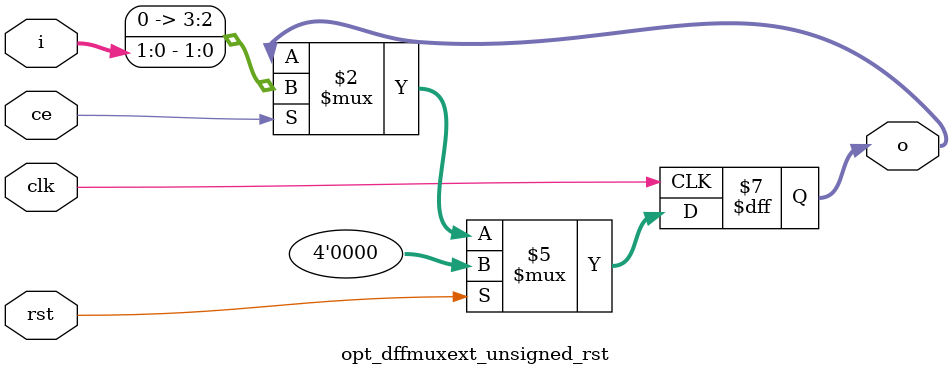
<source format=v>
module opt_dffmuxext_unsigned_rst(input clk, ce, rst, input [1:0] i, output reg [3:0] o);
    always @(posedge clk) if (rst) o <= 0; else if (ce) o <= i;
endmodule

</source>
